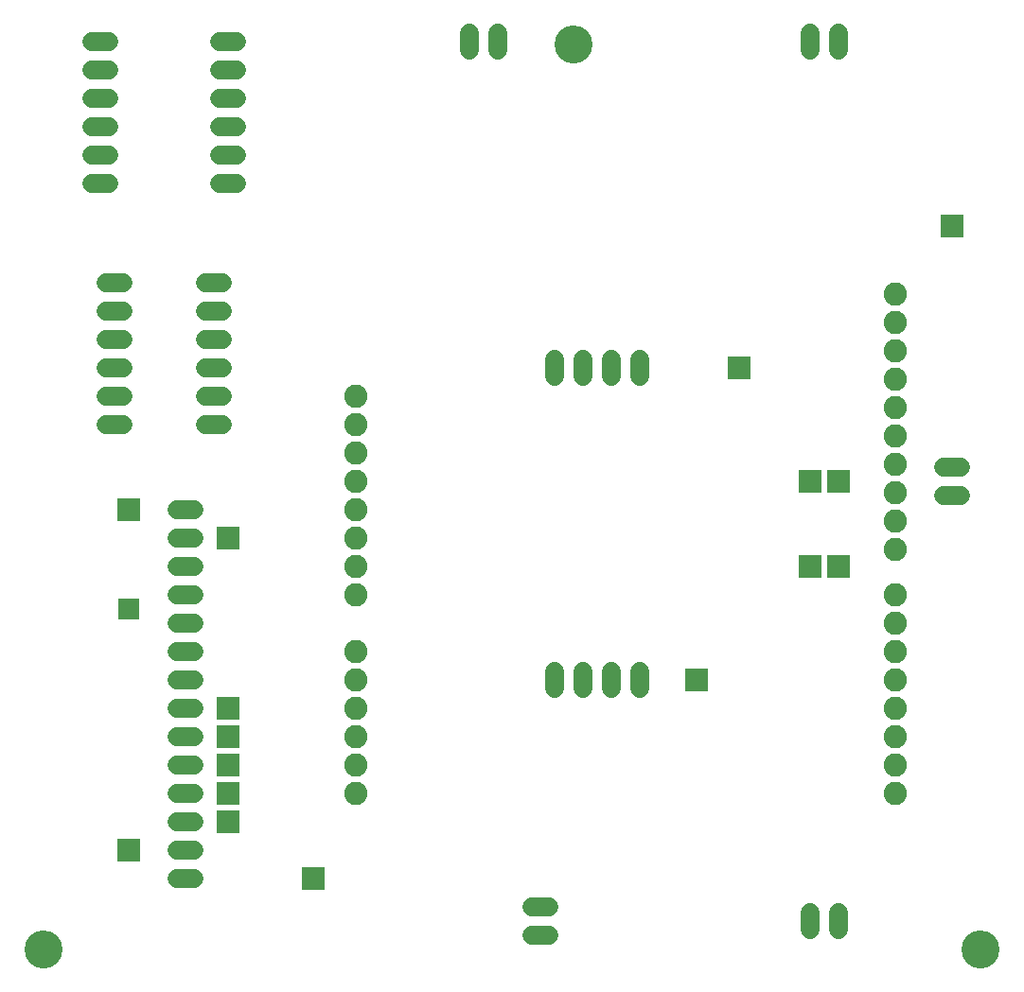
<source format=gbs>
G75*
%MOIN*%
%OFA0B0*%
%FSLAX25Y25*%
%IPPOS*%
%LPD*%
%AMOC8*
5,1,8,0,0,1.08239X$1,22.5*
%
%ADD10C,0.13398*%
%ADD11C,0.06800*%
%ADD12C,0.08200*%
%ADD13R,0.08477X0.08477*%
%ADD14R,0.07400X0.07400*%
D10*
X0021800Y0021800D03*
X0208650Y0340698D03*
X0351800Y0021800D03*
D11*
X0301800Y0028800D02*
X0301800Y0034800D01*
X0291800Y0034800D02*
X0291800Y0028800D01*
X0231800Y0113800D02*
X0231800Y0119800D01*
X0221800Y0119800D02*
X0221800Y0113800D01*
X0211800Y0113800D02*
X0211800Y0119800D01*
X0201800Y0119800D02*
X0201800Y0113800D01*
X0199800Y0036800D02*
X0193800Y0036800D01*
X0193800Y0026800D02*
X0199800Y0026800D01*
X0074800Y0046800D02*
X0068800Y0046800D01*
X0068800Y0056800D02*
X0074800Y0056800D01*
X0074800Y0066800D02*
X0068800Y0066800D01*
X0068800Y0076800D02*
X0074800Y0076800D01*
X0074800Y0086800D02*
X0068800Y0086800D01*
X0068800Y0096800D02*
X0074800Y0096800D01*
X0074800Y0106800D02*
X0068800Y0106800D01*
X0068800Y0116800D02*
X0074800Y0116800D01*
X0074800Y0126800D02*
X0068800Y0126800D01*
X0068800Y0136800D02*
X0074800Y0136800D01*
X0074800Y0146800D02*
X0068800Y0146800D01*
X0068800Y0156800D02*
X0074800Y0156800D01*
X0074800Y0166800D02*
X0068800Y0166800D01*
X0068800Y0176800D02*
X0074800Y0176800D01*
X0078800Y0206800D02*
X0084800Y0206800D01*
X0084800Y0216800D02*
X0078800Y0216800D01*
X0078800Y0226800D02*
X0084800Y0226800D01*
X0084800Y0236800D02*
X0078800Y0236800D01*
X0078800Y0246800D02*
X0084800Y0246800D01*
X0084800Y0256800D02*
X0078800Y0256800D01*
X0049800Y0256800D02*
X0043800Y0256800D01*
X0043800Y0246800D02*
X0049800Y0246800D01*
X0049800Y0236800D02*
X0043800Y0236800D01*
X0043800Y0226800D02*
X0049800Y0226800D01*
X0049800Y0216800D02*
X0043800Y0216800D01*
X0043800Y0206800D02*
X0049800Y0206800D01*
X0044800Y0291800D02*
X0038800Y0291800D01*
X0038800Y0301800D02*
X0044800Y0301800D01*
X0044800Y0311800D02*
X0038800Y0311800D01*
X0038800Y0321800D02*
X0044800Y0321800D01*
X0044800Y0331800D02*
X0038800Y0331800D01*
X0038800Y0341800D02*
X0044800Y0341800D01*
X0083800Y0341800D02*
X0089800Y0341800D01*
X0089800Y0331800D02*
X0083800Y0331800D01*
X0083800Y0321800D02*
X0089800Y0321800D01*
X0089800Y0311800D02*
X0083800Y0311800D01*
X0083800Y0301800D02*
X0089800Y0301800D01*
X0089800Y0291800D02*
X0083800Y0291800D01*
X0171800Y0338800D02*
X0171800Y0344800D01*
X0181800Y0344800D02*
X0181800Y0338800D01*
X0201800Y0229800D02*
X0201800Y0223800D01*
X0211800Y0223800D02*
X0211800Y0229800D01*
X0221800Y0229800D02*
X0221800Y0223800D01*
X0231800Y0223800D02*
X0231800Y0229800D01*
X0338800Y0191800D02*
X0344800Y0191800D01*
X0344800Y0181800D02*
X0338800Y0181800D01*
X0301800Y0338800D02*
X0301800Y0344800D01*
X0291800Y0344800D02*
X0291800Y0338800D01*
D12*
X0321800Y0252800D03*
X0321800Y0242800D03*
X0321800Y0232800D03*
X0321800Y0222800D03*
X0321800Y0212800D03*
X0321800Y0202800D03*
X0321800Y0192800D03*
X0321800Y0182800D03*
X0321800Y0172800D03*
X0321800Y0162800D03*
X0321800Y0146800D03*
X0321800Y0136800D03*
X0321800Y0126800D03*
X0321800Y0116800D03*
X0321800Y0106800D03*
X0321800Y0096800D03*
X0321800Y0086800D03*
X0321800Y0076800D03*
X0131800Y0076800D03*
X0131800Y0086800D03*
X0131800Y0096800D03*
X0131800Y0106800D03*
X0131800Y0116800D03*
X0131800Y0126800D03*
X0131800Y0146800D03*
X0131800Y0156800D03*
X0131800Y0166800D03*
X0131800Y0176800D03*
X0131800Y0186800D03*
X0131800Y0196800D03*
X0131800Y0206800D03*
X0131800Y0216800D03*
D13*
X0086800Y0166800D03*
X0051800Y0176800D03*
X0086800Y0106800D03*
X0086800Y0096800D03*
X0086800Y0086800D03*
X0086800Y0076800D03*
X0086800Y0066800D03*
X0116800Y0046800D03*
X0051800Y0056800D03*
X0251800Y0116800D03*
X0291800Y0156800D03*
X0301800Y0156800D03*
X0301800Y0186800D03*
X0291800Y0186800D03*
X0266800Y0226800D03*
X0341800Y0276800D03*
D14*
X0051800Y0141800D03*
M02*

</source>
